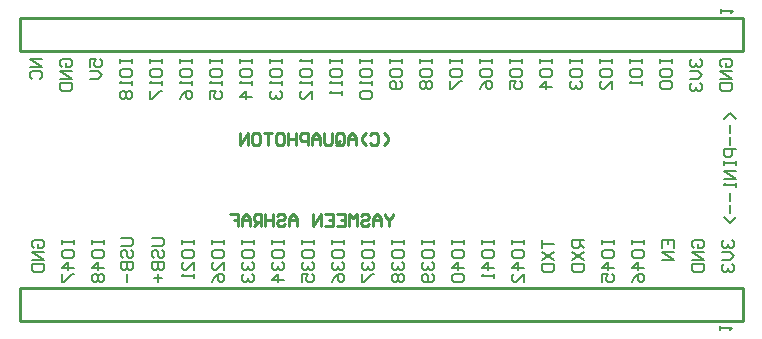
<source format=gbo>
G04*
G04 #@! TF.GenerationSoftware,Altium Limited,Altium Designer,24.8.2 (39)*
G04*
G04 Layer_Color=32896*
%FSLAX25Y25*%
%MOIN*%
G70*
G04*
G04 #@! TF.SameCoordinates,F7F922D7-4A05-4516-83E6-AC950D0B5F56*
G04*
G04*
G04 #@! TF.FilePolarity,Positive*
G04*
G01*
G75*
%ADD11C,0.01000*%
%ADD14C,0.00600*%
D11*
X29500Y-500D02*
X270500Y-500D01*
X29500Y-500D02*
Y10500D01*
X270500Y10500D01*
Y-500D02*
Y10500D01*
X29500Y89500D02*
X270500Y89500D01*
X29500Y89500D02*
Y100500D01*
X270500Y100500D01*
Y89500D02*
Y100500D01*
X154100Y35299D02*
Y34632D01*
X152767Y33299D01*
X151434Y34632D01*
Y35299D01*
X152767Y33299D02*
Y31300D01*
X150101D02*
Y33966D01*
X148768Y35299D01*
X147435Y33966D01*
Y31300D01*
Y33299D01*
X150101D01*
X143437Y34632D02*
X144103Y35299D01*
X145436D01*
X146103Y34632D01*
Y33966D01*
X145436Y33299D01*
X144103D01*
X143437Y32633D01*
Y31966D01*
X144103Y31300D01*
X145436D01*
X146103Y31966D01*
X142104Y31300D02*
Y35299D01*
X140771Y33966D01*
X139438Y35299D01*
Y31300D01*
X135439Y35299D02*
X138105D01*
Y31300D01*
X135439D01*
X138105Y33299D02*
X136772D01*
X131441Y35299D02*
X134106D01*
Y31300D01*
X131441D01*
X134106Y33299D02*
X132774D01*
X130108Y31300D02*
Y35299D01*
X127442Y31300D01*
Y35299D01*
X122110Y31300D02*
Y33966D01*
X120777Y35299D01*
X119445Y33966D01*
Y31300D01*
Y33299D01*
X122110D01*
X115446Y34632D02*
X116112Y35299D01*
X117445D01*
X118112Y34632D01*
Y33966D01*
X117445Y33299D01*
X116112D01*
X115446Y32633D01*
Y31966D01*
X116112Y31300D01*
X117445D01*
X118112Y31966D01*
X114113Y35299D02*
Y31300D01*
Y33299D01*
X111447D01*
Y35299D01*
Y31300D01*
X110114D02*
Y35299D01*
X108115D01*
X107448Y34632D01*
Y33299D01*
X108115Y32633D01*
X110114D01*
X108781D02*
X107448Y31300D01*
X106115D02*
Y33966D01*
X104783Y35299D01*
X103450Y33966D01*
Y31300D01*
Y33299D01*
X106115D01*
X99451Y35299D02*
X102117D01*
Y33299D01*
X100784D01*
X102117D01*
Y31300D01*
X150967Y58400D02*
X152300Y59733D01*
Y61066D01*
X150967Y62399D01*
X146302Y61732D02*
X146968Y62399D01*
X148301D01*
X148968Y61732D01*
Y59066D01*
X148301Y58400D01*
X146968D01*
X146302Y59066D01*
X144969Y58400D02*
X143636Y59733D01*
Y61066D01*
X144969Y62399D01*
X141637Y58400D02*
Y61066D01*
X140304Y62399D01*
X138971Y61066D01*
Y58400D01*
Y60399D01*
X141637D01*
X134972Y59066D02*
Y61732D01*
X135639Y62399D01*
X136972D01*
X137638Y61732D01*
Y59066D01*
X136972Y58400D01*
X135639D01*
X136305Y59733D02*
X134972Y58400D01*
X135639D02*
X134972Y59066D01*
X133639Y62399D02*
Y59066D01*
X132973Y58400D01*
X131640D01*
X130974Y59066D01*
Y62399D01*
X129641Y58400D02*
Y61066D01*
X128308Y62399D01*
X126975Y61066D01*
Y58400D01*
Y60399D01*
X129641D01*
X125642Y58400D02*
Y62399D01*
X123643D01*
X122976Y61732D01*
Y60399D01*
X123643Y59733D01*
X125642D01*
X121643Y62399D02*
Y58400D01*
Y60399D01*
X118977D01*
Y62399D01*
Y58400D01*
X115645Y62399D02*
X116978D01*
X117645Y61732D01*
Y59066D01*
X116978Y58400D01*
X115645D01*
X114979Y59066D01*
Y61732D01*
X115645Y62399D01*
X113646D02*
X110980D01*
X112313D01*
Y58400D01*
X107648Y62399D02*
X108981D01*
X109647Y61732D01*
Y59066D01*
X108981Y58400D01*
X107648D01*
X106981Y59066D01*
Y61732D01*
X107648Y62399D01*
X105648Y58400D02*
Y62399D01*
X102983Y58400D01*
Y62399D01*
D14*
X268300Y66901D02*
X266301Y68900D01*
X264301Y66901D01*
X266301Y64901D02*
Y62235D01*
Y60903D02*
Y58237D01*
X268300Y56904D02*
X264301D01*
Y54905D01*
X264968Y54238D01*
X266301D01*
X266967Y54905D01*
Y56904D01*
X264301Y52905D02*
Y51572D01*
Y52239D01*
X268300D01*
Y52905D01*
Y51572D01*
Y49573D02*
X264301D01*
X268300Y46907D01*
X264301D01*
X268300Y45574D02*
Y44241D01*
Y44908D01*
X264301D01*
X264968Y45574D01*
X266301Y42242D02*
Y39576D01*
Y38243D02*
Y35577D01*
X268300Y34244D02*
X266301Y32245D01*
X264301Y34244D01*
X34168Y24034D02*
X33501Y24701D01*
Y26034D01*
X34168Y26700D01*
X36834D01*
X37500Y26034D01*
Y24701D01*
X36834Y24034D01*
X35501D01*
Y25367D01*
X37500Y22701D02*
X33501D01*
X37500Y20035D01*
X33501D01*
Y18703D02*
X37500D01*
Y16703D01*
X36834Y16037D01*
X34168D01*
X33501Y16703D01*
Y18703D01*
X63301Y27300D02*
X66634D01*
X67300Y26634D01*
Y25301D01*
X66634Y24634D01*
X63301D01*
X63968Y20636D02*
X63301Y21302D01*
Y22635D01*
X63968Y23301D01*
X64634D01*
X65301Y22635D01*
Y21302D01*
X65967Y20636D01*
X66634D01*
X67300Y21302D01*
Y22635D01*
X66634Y23301D01*
X63301Y19303D02*
X67300D01*
Y17303D01*
X66634Y16637D01*
X65967D01*
X65301Y17303D01*
Y19303D01*
Y17303D01*
X64634Y16637D01*
X63968D01*
X63301Y17303D01*
Y19303D01*
X65301Y15304D02*
Y12638D01*
X53501Y26700D02*
Y25367D01*
Y26033D01*
X57500D01*
Y26700D01*
Y25367D01*
X53501Y21368D02*
Y22701D01*
X54168Y23368D01*
X56834D01*
X57500Y22701D01*
Y21368D01*
X56834Y20702D01*
X54168D01*
X53501Y21368D01*
X57500Y17370D02*
X53501D01*
X55501Y19369D01*
Y16703D01*
X54168Y15370D02*
X53501Y14704D01*
Y13371D01*
X54168Y12705D01*
X54834D01*
X55501Y13371D01*
X56167Y12705D01*
X56834D01*
X57500Y13371D01*
Y14704D01*
X56834Y15370D01*
X56167D01*
X55501Y14704D01*
X54834Y15370D01*
X54168D01*
X55501Y14704D02*
Y13371D01*
X43501Y26700D02*
Y25367D01*
Y26034D01*
X47500D01*
Y26700D01*
Y25367D01*
X43501Y21368D02*
Y22701D01*
X44168Y23368D01*
X46834D01*
X47500Y22701D01*
Y21368D01*
X46834Y20702D01*
X44168D01*
X43501Y21368D01*
X47500Y17370D02*
X43501D01*
X45501Y19369D01*
Y16703D01*
X43501Y15370D02*
Y12705D01*
X44168D01*
X46834Y15370D01*
X47500D01*
X73501Y27200D02*
X76834D01*
X77500Y26534D01*
Y25201D01*
X76834Y24534D01*
X73501D01*
X74168Y20536D02*
X73501Y21202D01*
Y22535D01*
X74168Y23201D01*
X74834D01*
X75501Y22535D01*
Y21202D01*
X76167Y20536D01*
X76834D01*
X77500Y21202D01*
Y22535D01*
X76834Y23201D01*
X73501Y19203D02*
X77500D01*
Y17203D01*
X76834Y16537D01*
X76167D01*
X75501Y17203D01*
Y19203D01*
Y17203D01*
X74834Y16537D01*
X74168D01*
X73501Y17203D01*
Y19203D01*
X75501Y15204D02*
Y12538D01*
X74168Y13871D02*
X76834D01*
X103501Y26700D02*
Y25367D01*
Y26033D01*
X107500D01*
Y26700D01*
Y25367D01*
X103501Y21368D02*
Y22701D01*
X104168Y23368D01*
X106834D01*
X107500Y22701D01*
Y21368D01*
X106834Y20702D01*
X104168D01*
X103501Y21368D01*
X104168Y19369D02*
X103501Y18703D01*
Y17370D01*
X104168Y16703D01*
X104834D01*
X105501Y17370D01*
Y18036D01*
Y17370D01*
X106167Y16703D01*
X106834D01*
X107500Y17370D01*
Y18703D01*
X106834Y19369D01*
X104168Y15370D02*
X103501Y14704D01*
Y13371D01*
X104168Y12705D01*
X104834D01*
X105501Y13371D01*
Y14037D01*
Y13371D01*
X106167Y12705D01*
X106834D01*
X107500Y13371D01*
Y14704D01*
X106834Y15370D01*
X93501Y26700D02*
Y25367D01*
Y26034D01*
X97500D01*
Y26700D01*
Y25367D01*
X93501Y21368D02*
Y22701D01*
X94168Y23368D01*
X96834D01*
X97500Y22701D01*
Y21368D01*
X96834Y20702D01*
X94168D01*
X93501Y21368D01*
X97500Y16703D02*
Y19369D01*
X94834Y16703D01*
X94168D01*
X93501Y17370D01*
Y18703D01*
X94168Y19369D01*
X93501Y12705D02*
X94168Y14037D01*
X95501Y15370D01*
X96834D01*
X97500Y14704D01*
Y13371D01*
X96834Y12705D01*
X96167D01*
X95501Y13371D01*
Y15370D01*
X83501Y26700D02*
Y25367D01*
Y26033D01*
X87500D01*
Y26700D01*
Y25367D01*
X83501Y21368D02*
Y22701D01*
X84168Y23368D01*
X86834D01*
X87500Y22701D01*
Y21368D01*
X86834Y20702D01*
X84168D01*
X83501Y21368D01*
X87500Y16703D02*
Y19369D01*
X84834Y16703D01*
X84168D01*
X83501Y17370D01*
Y18703D01*
X84168Y19369D01*
X87500Y15370D02*
Y14037D01*
Y14704D01*
X83501D01*
X84168Y15370D01*
X113501Y26700D02*
Y25367D01*
Y26034D01*
X117500D01*
Y26700D01*
Y25367D01*
X113501Y21368D02*
Y22701D01*
X114168Y23368D01*
X116833D01*
X117500Y22701D01*
Y21368D01*
X116833Y20702D01*
X114168D01*
X113501Y21368D01*
X114168Y19369D02*
X113501Y18703D01*
Y17370D01*
X114168Y16703D01*
X114834D01*
X115501Y17370D01*
Y18036D01*
Y17370D01*
X116167Y16703D01*
X116833D01*
X117500Y17370D01*
Y18703D01*
X116833Y19369D01*
X117500Y13371D02*
X113501D01*
X115501Y15370D01*
Y12705D01*
X143501Y26700D02*
Y25367D01*
Y26034D01*
X147500D01*
Y26700D01*
Y25367D01*
X143501Y21368D02*
Y22701D01*
X144168Y23368D01*
X146834D01*
X147500Y22701D01*
Y21368D01*
X146834Y20702D01*
X144168D01*
X143501Y21368D01*
X144168Y19369D02*
X143501Y18703D01*
Y17370D01*
X144168Y16703D01*
X144834D01*
X145501Y17370D01*
Y18036D01*
Y17370D01*
X146167Y16703D01*
X146834D01*
X147500Y17370D01*
Y18703D01*
X146834Y19369D01*
X143501Y15370D02*
Y12705D01*
X144168D01*
X146834Y15370D01*
X147500D01*
X133501Y26700D02*
Y25367D01*
Y26033D01*
X137500D01*
Y26700D01*
Y25367D01*
X133501Y21368D02*
Y22701D01*
X134168Y23368D01*
X136834D01*
X137500Y22701D01*
Y21368D01*
X136834Y20702D01*
X134168D01*
X133501Y21368D01*
X134168Y19369D02*
X133501Y18703D01*
Y17370D01*
X134168Y16703D01*
X134834D01*
X135501Y17370D01*
Y18036D01*
Y17370D01*
X136167Y16703D01*
X136834D01*
X137500Y17370D01*
Y18703D01*
X136834Y19369D01*
X133501Y12705D02*
X134168Y14037D01*
X135501Y15370D01*
X136834D01*
X137500Y14704D01*
Y13371D01*
X136834Y12705D01*
X136167D01*
X135501Y13371D01*
Y15370D01*
X123501Y26700D02*
Y25367D01*
Y26034D01*
X127500D01*
Y26700D01*
Y25367D01*
X123501Y21368D02*
Y22701D01*
X124168Y23368D01*
X126833D01*
X127500Y22701D01*
Y21368D01*
X126833Y20702D01*
X124168D01*
X123501Y21368D01*
X124168Y19369D02*
X123501Y18703D01*
Y17370D01*
X124168Y16703D01*
X124834D01*
X125501Y17370D01*
Y18036D01*
Y17370D01*
X126167Y16703D01*
X126833D01*
X127500Y17370D01*
Y18703D01*
X126833Y19369D01*
X123501Y12705D02*
Y15370D01*
X125501D01*
X124834Y14037D01*
Y13371D01*
X125501Y12705D01*
X126833D01*
X127500Y13371D01*
Y14704D01*
X126833Y15370D01*
X153501Y26700D02*
Y25367D01*
Y26033D01*
X157500D01*
Y26700D01*
Y25367D01*
X153501Y21368D02*
Y22701D01*
X154168Y23368D01*
X156834D01*
X157500Y22701D01*
Y21368D01*
X156834Y20702D01*
X154168D01*
X153501Y21368D01*
X154168Y19369D02*
X153501Y18703D01*
Y17370D01*
X154168Y16703D01*
X154834D01*
X155501Y17370D01*
Y18036D01*
Y17370D01*
X156167Y16703D01*
X156834D01*
X157500Y17370D01*
Y18703D01*
X156834Y19369D01*
X154168Y15370D02*
X153501Y14704D01*
Y13371D01*
X154168Y12705D01*
X154834D01*
X155501Y13371D01*
X156167Y12705D01*
X156834D01*
X157500Y13371D01*
Y14704D01*
X156834Y15370D01*
X156167D01*
X155501Y14704D01*
X154834Y15370D01*
X154168D01*
X155501Y14704D02*
Y13371D01*
X183501Y26700D02*
Y25367D01*
Y26033D01*
X187500D01*
Y26700D01*
Y25367D01*
X183501Y21368D02*
Y22701D01*
X184168Y23368D01*
X186834D01*
X187500Y22701D01*
Y21368D01*
X186834Y20702D01*
X184168D01*
X183501Y21368D01*
X187500Y17370D02*
X183501D01*
X185501Y19369D01*
Y16703D01*
X187500Y15370D02*
Y14037D01*
Y14704D01*
X183501D01*
X184168Y15370D01*
X173501Y26700D02*
Y25367D01*
Y26033D01*
X177500D01*
Y26700D01*
Y25367D01*
X173501Y21368D02*
Y22701D01*
X174168Y23368D01*
X176834D01*
X177500Y22701D01*
Y21368D01*
X176834Y20702D01*
X174168D01*
X173501Y21368D01*
X177500Y17370D02*
X173501D01*
X175501Y19369D01*
Y16703D01*
X174168Y15370D02*
X173501Y14704D01*
Y13371D01*
X174168Y12705D01*
X176834D01*
X177500Y13371D01*
Y14704D01*
X176834Y15370D01*
X174168D01*
X163501Y26700D02*
Y25367D01*
Y26033D01*
X167500D01*
Y26700D01*
Y25367D01*
X163501Y21368D02*
Y22701D01*
X164168Y23368D01*
X166834D01*
X167500Y22701D01*
Y21368D01*
X166834Y20702D01*
X164168D01*
X163501Y21368D01*
X164168Y19369D02*
X163501Y18703D01*
Y17370D01*
X164168Y16703D01*
X164834D01*
X165501Y17370D01*
Y18036D01*
Y17370D01*
X166167Y16703D01*
X166834D01*
X167500Y17370D01*
Y18703D01*
X166834Y19369D01*
Y15370D02*
X167500Y14704D01*
Y13371D01*
X166834Y12705D01*
X164168D01*
X163501Y13371D01*
Y14704D01*
X164168Y15370D01*
X164834D01*
X165501Y14704D01*
Y12705D01*
X193501Y26700D02*
Y25367D01*
Y26034D01*
X197500D01*
Y26700D01*
Y25367D01*
X193501Y21368D02*
Y22701D01*
X194168Y23368D01*
X196834D01*
X197500Y22701D01*
Y21368D01*
X196834Y20702D01*
X194168D01*
X193501Y21368D01*
X197500Y17370D02*
X193501D01*
X195501Y19369D01*
Y16703D01*
X197500Y12705D02*
Y15370D01*
X194834Y12705D01*
X194168D01*
X193501Y13371D01*
Y14704D01*
X194168Y15370D01*
X223501Y26700D02*
Y25367D01*
Y26034D01*
X227500D01*
Y26700D01*
Y25367D01*
X223501Y21368D02*
Y22701D01*
X224168Y23368D01*
X226834D01*
X227500Y22701D01*
Y21368D01*
X226834Y20702D01*
X224168D01*
X223501Y21368D01*
X227500Y17370D02*
X223501D01*
X225501Y19369D01*
Y16703D01*
X223501Y12705D02*
Y15370D01*
X225501D01*
X224834Y14037D01*
Y13371D01*
X225501Y12705D01*
X226834D01*
X227500Y13371D01*
Y14704D01*
X226834Y15370D01*
X217500Y26700D02*
X213501D01*
Y24701D01*
X214168Y24034D01*
X215501D01*
X216167Y24701D01*
Y26700D01*
Y25367D02*
X217500Y24034D01*
X213501Y22701D02*
X217500Y20035D01*
X213501D02*
X217500Y22701D01*
X213501Y18703D02*
X217500D01*
Y16703D01*
X216834Y16037D01*
X214168D01*
X213501Y16703D01*
Y18703D01*
X203501Y26700D02*
Y24034D01*
Y25367D01*
X207500D01*
X203501Y22701D02*
X207500Y20035D01*
X203501D02*
X207500Y22701D01*
X203501Y18703D02*
X207500D01*
Y16703D01*
X206834Y16037D01*
X204168D01*
X203501Y16703D01*
Y18703D01*
X243501Y24034D02*
Y26700D01*
X247500D01*
Y24034D01*
X245501Y26700D02*
Y25367D01*
X247500Y22701D02*
X243501D01*
X247500Y20035D01*
X243501D01*
X254168Y24034D02*
X253501Y24701D01*
Y26034D01*
X254168Y26700D01*
X256834D01*
X257500Y26034D01*
Y24701D01*
X256834Y24034D01*
X255501D01*
Y25367D01*
X257500Y22701D02*
X253501D01*
X257500Y20035D01*
X253501D01*
Y18703D02*
X257500D01*
Y16703D01*
X256834Y16037D01*
X254168D01*
X253501Y16703D01*
Y18703D01*
X264168Y26700D02*
X263501Y26033D01*
Y24701D01*
X264168Y24034D01*
X264834D01*
X265501Y24701D01*
Y25367D01*
Y24701D01*
X266167Y24034D01*
X266834D01*
X267500Y24701D01*
Y26033D01*
X266834Y26700D01*
X263501Y22701D02*
X266167D01*
X267500Y21368D01*
X266167Y20035D01*
X263501D01*
X264168Y18703D02*
X263501Y18036D01*
Y16703D01*
X264168Y16037D01*
X264834D01*
X265501Y16703D01*
Y17370D01*
Y16703D01*
X266167Y16037D01*
X266834D01*
X267500Y16703D01*
Y18036D01*
X266834Y18703D01*
X233501Y26700D02*
Y25367D01*
Y26033D01*
X237500D01*
Y26700D01*
Y25367D01*
X233501Y21368D02*
Y22701D01*
X234168Y23368D01*
X236834D01*
X237500Y22701D01*
Y21368D01*
X236834Y20702D01*
X234168D01*
X233501Y21368D01*
X237500Y17370D02*
X233501D01*
X235501Y19369D01*
Y16703D01*
X233501Y12705D02*
X234168Y14037D01*
X235501Y15370D01*
X236834D01*
X237500Y14704D01*
Y13371D01*
X236834Y12705D01*
X236167D01*
X235501Y13371D01*
Y15370D01*
X222901Y87000D02*
Y85667D01*
Y86334D01*
X226900D01*
Y87000D01*
Y85667D01*
X222901Y81668D02*
Y83001D01*
X223568Y83668D01*
X226234D01*
X226900Y83001D01*
Y81668D01*
X226234Y81002D01*
X223568D01*
X222901Y81668D01*
X226900Y77003D02*
Y79669D01*
X224234Y77003D01*
X223568D01*
X222901Y77670D01*
Y79003D01*
X223568Y79669D01*
X212901Y87000D02*
Y85667D01*
Y86334D01*
X216900D01*
Y87000D01*
Y85667D01*
X212901Y81668D02*
Y83001D01*
X213568Y83668D01*
X216234D01*
X216900Y83001D01*
Y81668D01*
X216234Y81002D01*
X213568D01*
X212901Y81668D01*
X213568Y79669D02*
X212901Y79003D01*
Y77670D01*
X213568Y77003D01*
X214234D01*
X214901Y77670D01*
Y78336D01*
Y77670D01*
X215567Y77003D01*
X216234D01*
X216900Y77670D01*
Y79003D01*
X216234Y79669D01*
X202901Y87000D02*
Y85667D01*
Y86334D01*
X206900D01*
Y87000D01*
Y85667D01*
X202901Y81668D02*
Y83001D01*
X203568Y83668D01*
X206234D01*
X206900Y83001D01*
Y81668D01*
X206234Y81002D01*
X203568D01*
X202901Y81668D01*
X206900Y77670D02*
X202901D01*
X204901Y79669D01*
Y77003D01*
X192901Y87000D02*
Y85667D01*
Y86334D01*
X196900D01*
Y87000D01*
Y85667D01*
X192901Y81668D02*
Y83001D01*
X193568Y83668D01*
X196233D01*
X196900Y83001D01*
Y81668D01*
X196233Y81002D01*
X193568D01*
X192901Y81668D01*
Y77003D02*
Y79669D01*
X194901D01*
X194234Y78336D01*
Y77670D01*
X194901Y77003D01*
X196233D01*
X196900Y77670D01*
Y79003D01*
X196233Y79669D01*
X182901Y87000D02*
Y85667D01*
Y86334D01*
X186900D01*
Y87000D01*
Y85667D01*
X182901Y81668D02*
Y83001D01*
X183568Y83668D01*
X186233D01*
X186900Y83001D01*
Y81668D01*
X186233Y81002D01*
X183568D01*
X182901Y81668D01*
Y77003D02*
X183568Y78336D01*
X184901Y79669D01*
X186233D01*
X186900Y79003D01*
Y77670D01*
X186233Y77003D01*
X185567D01*
X184901Y77670D01*
Y79669D01*
X172901Y87000D02*
Y85667D01*
Y86334D01*
X176900D01*
Y87000D01*
Y85667D01*
X172901Y81668D02*
Y83001D01*
X173568Y83668D01*
X176233D01*
X176900Y83001D01*
Y81668D01*
X176233Y81002D01*
X173568D01*
X172901Y81668D01*
Y79669D02*
Y77003D01*
X173568D01*
X176233Y79669D01*
X176900D01*
X82901Y87000D02*
Y85667D01*
Y86334D01*
X86900D01*
Y87000D01*
Y85667D01*
X82901Y81668D02*
Y83001D01*
X83568Y83668D01*
X86234D01*
X86900Y83001D01*
Y81668D01*
X86234Y81002D01*
X83568D01*
X82901Y81668D01*
X86900Y79669D02*
Y78336D01*
Y79003D01*
X82901D01*
X83568Y79669D01*
X82901Y73671D02*
X83568Y75004D01*
X84901Y76337D01*
X86234D01*
X86900Y75670D01*
Y74337D01*
X86234Y73671D01*
X85567D01*
X84901Y74337D01*
Y76337D01*
X92901Y87000D02*
Y85667D01*
Y86334D01*
X96900D01*
Y87000D01*
Y85667D01*
X92901Y81668D02*
Y83001D01*
X93568Y83668D01*
X96234D01*
X96900Y83001D01*
Y81668D01*
X96234Y81002D01*
X93568D01*
X92901Y81668D01*
X96900Y79669D02*
Y78336D01*
Y79003D01*
X92901D01*
X93568Y79669D01*
X92901Y73671D02*
Y76337D01*
X94901D01*
X94234Y75004D01*
Y74337D01*
X94901Y73671D01*
X96234D01*
X96900Y74337D01*
Y75670D01*
X96234Y76337D01*
X102901Y87000D02*
Y85667D01*
Y86334D01*
X106900D01*
Y87000D01*
Y85667D01*
X102901Y81668D02*
Y83001D01*
X103568Y83668D01*
X106234D01*
X106900Y83001D01*
Y81668D01*
X106234Y81002D01*
X103568D01*
X102901Y81668D01*
X106900Y79669D02*
Y78336D01*
Y79003D01*
X102901D01*
X103568Y79669D01*
X106900Y74337D02*
X102901D01*
X104901Y76337D01*
Y73671D01*
X112901Y87000D02*
Y85667D01*
Y86334D01*
X116900D01*
Y87000D01*
Y85667D01*
X112901Y81668D02*
Y83001D01*
X113568Y83668D01*
X116234D01*
X116900Y83001D01*
Y81668D01*
X116234Y81002D01*
X113568D01*
X112901Y81668D01*
X116900Y79669D02*
Y78336D01*
Y79003D01*
X112901D01*
X113568Y79669D01*
Y76337D02*
X112901Y75670D01*
Y74337D01*
X113568Y73671D01*
X114234D01*
X114901Y74337D01*
Y75004D01*
Y74337D01*
X115567Y73671D01*
X116234D01*
X116900Y74337D01*
Y75670D01*
X116234Y76337D01*
X126900Y87000D02*
Y85667D01*
Y86334D01*
X122901D01*
X123568Y87000D01*
X122901Y81668D02*
Y83001D01*
X123568Y83668D01*
X126233D01*
X126900Y83001D01*
Y81668D01*
X126233Y81002D01*
X123568D01*
X122901Y81668D01*
X126900Y79669D02*
Y78336D01*
Y79003D01*
X122901D01*
X123568Y79669D01*
X126900Y73671D02*
Y76337D01*
X124234Y73671D01*
X123568D01*
X122901Y74337D01*
Y75670D01*
X123568Y76337D01*
X132901Y87000D02*
Y85667D01*
Y86334D01*
X136900D01*
Y87000D01*
Y85667D01*
X132901Y81668D02*
Y83001D01*
X133568Y83668D01*
X136233D01*
X136900Y83001D01*
Y81668D01*
X136233Y81002D01*
X133568D01*
X132901Y81668D01*
X136900Y79669D02*
Y78336D01*
Y79003D01*
X132901D01*
X133568Y79669D01*
X136900Y76337D02*
Y75004D01*
Y75670D01*
X132901D01*
X133568Y76337D01*
X142901Y87000D02*
Y85667D01*
Y86334D01*
X146900D01*
Y87000D01*
Y85667D01*
X142901Y81668D02*
Y83001D01*
X143568Y83668D01*
X146233D01*
X146900Y83001D01*
Y81668D01*
X146233Y81002D01*
X143568D01*
X142901Y81668D01*
X146900Y79669D02*
Y78336D01*
Y79003D01*
X142901D01*
X143568Y79669D01*
Y76337D02*
X142901Y75670D01*
Y74337D01*
X143568Y73671D01*
X146233D01*
X146900Y74337D01*
Y75670D01*
X146233Y76337D01*
X143568D01*
X152901Y87000D02*
Y85667D01*
Y86334D01*
X156900D01*
Y87000D01*
Y85667D01*
X152901Y81668D02*
Y83001D01*
X153568Y83668D01*
X156234D01*
X156900Y83001D01*
Y81668D01*
X156234Y81002D01*
X153568D01*
X152901Y81668D01*
X156234Y79669D02*
X156900Y79003D01*
Y77670D01*
X156234Y77003D01*
X153568D01*
X152901Y77670D01*
Y79003D01*
X153568Y79669D01*
X154234D01*
X154901Y79003D01*
Y77003D01*
X162901Y87000D02*
Y85667D01*
Y86334D01*
X166900D01*
Y87000D01*
Y85667D01*
X162901Y81668D02*
Y83001D01*
X163568Y83668D01*
X166234D01*
X166900Y83001D01*
Y81668D01*
X166234Y81002D01*
X163568D01*
X162901Y81668D01*
X163568Y79669D02*
X162901Y79003D01*
Y77670D01*
X163568Y77003D01*
X164234D01*
X164901Y77670D01*
X165567Y77003D01*
X166234D01*
X166900Y77670D01*
Y79003D01*
X166234Y79669D01*
X165567D01*
X164901Y79003D01*
X164234Y79669D01*
X163568D01*
X164901Y79003D02*
Y77670D01*
X36900Y87000D02*
X32901D01*
X36900Y84334D01*
X32901D01*
X33568Y80335D02*
X32901Y81002D01*
Y82335D01*
X33568Y83001D01*
X36234D01*
X36900Y82335D01*
Y81002D01*
X36234Y80335D01*
X43568Y84334D02*
X42901Y85001D01*
Y86334D01*
X43568Y87000D01*
X46234D01*
X46900Y86334D01*
Y85001D01*
X46234Y84334D01*
X44901D01*
Y85667D01*
X46900Y83001D02*
X42901D01*
X46900Y80335D01*
X42901D01*
Y79003D02*
X46900D01*
Y77003D01*
X46234Y76337D01*
X43568D01*
X42901Y77003D01*
Y79003D01*
X52901Y84334D02*
Y87000D01*
X54901D01*
X54234Y85667D01*
Y85001D01*
X54901Y84334D01*
X56234D01*
X56900Y85001D01*
Y86334D01*
X56234Y87000D01*
X52901Y83001D02*
X55567D01*
X56900Y81668D01*
X55567Y80335D01*
X52901D01*
X62901Y87000D02*
Y85667D01*
Y86334D01*
X66900D01*
Y87000D01*
Y85667D01*
X62901Y81668D02*
Y83001D01*
X63568Y83668D01*
X66234D01*
X66900Y83001D01*
Y81668D01*
X66234Y81002D01*
X63568D01*
X62901Y81668D01*
X66900Y79669D02*
Y78336D01*
Y79003D01*
X62901D01*
X63568Y79669D01*
Y76337D02*
X62901Y75670D01*
Y74337D01*
X63568Y73671D01*
X64234D01*
X64901Y74337D01*
X65567Y73671D01*
X66234D01*
X66900Y74337D01*
Y75670D01*
X66234Y76337D01*
X65567D01*
X64901Y75670D01*
X64234Y76337D01*
X63568D01*
X64901Y75670D02*
Y74337D01*
X72901Y87000D02*
Y85667D01*
Y86334D01*
X76900D01*
Y87000D01*
Y85667D01*
X72901Y81668D02*
Y83001D01*
X73568Y83668D01*
X76234D01*
X76900Y83001D01*
Y81668D01*
X76234Y81002D01*
X73568D01*
X72901Y81668D01*
X76900Y79669D02*
Y78336D01*
Y79003D01*
X72901D01*
X73568Y79669D01*
X72901Y76337D02*
Y73671D01*
X73568D01*
X76234Y76337D01*
X76900D01*
X232901Y87000D02*
Y85667D01*
Y86334D01*
X236900D01*
Y87000D01*
Y85667D01*
X232901Y81668D02*
Y83001D01*
X233568Y83668D01*
X236234D01*
X236900Y83001D01*
Y81668D01*
X236234Y81002D01*
X233568D01*
X232901Y81668D01*
X236900Y79669D02*
Y78336D01*
Y79003D01*
X232901D01*
X233568Y79669D01*
X242901Y87000D02*
Y85667D01*
Y86334D01*
X246900D01*
Y87000D01*
Y85667D01*
X242901Y81668D02*
Y83001D01*
X243568Y83668D01*
X246234D01*
X246900Y83001D01*
Y81668D01*
X246234Y81002D01*
X243568D01*
X242901Y81668D01*
X243568Y79669D02*
X242901Y79003D01*
Y77670D01*
X243568Y77003D01*
X246234D01*
X246900Y77670D01*
Y79003D01*
X246234Y79669D01*
X243568D01*
X253568Y87000D02*
X252901Y86334D01*
Y85001D01*
X253568Y84334D01*
X254234D01*
X254901Y85001D01*
Y85667D01*
Y85001D01*
X255567Y84334D01*
X256234D01*
X256900Y85001D01*
Y86334D01*
X256234Y87000D01*
X252901Y83001D02*
X255567D01*
X256900Y81668D01*
X255567Y80335D01*
X252901D01*
X253568Y79003D02*
X252901Y78336D01*
Y77003D01*
X253568Y76337D01*
X254234D01*
X254901Y77003D01*
Y77670D01*
Y77003D01*
X255567Y76337D01*
X256234D01*
X256900Y77003D01*
Y78336D01*
X256234Y79003D01*
X263568Y84334D02*
X262901Y85001D01*
Y86334D01*
X263568Y87000D01*
X266234D01*
X266900Y86334D01*
Y85001D01*
X266234Y84334D01*
X264901D01*
Y85667D01*
X266900Y83001D02*
X262901D01*
X266900Y80335D01*
X262901D01*
Y79003D02*
X266900D01*
Y77003D01*
X266234Y76337D01*
X263568D01*
X262901Y77003D01*
Y79003D01*
X263100Y-3400D02*
Y-2067D01*
Y-2733D01*
X267099D01*
X266432Y-3400D01*
X263400Y102300D02*
Y103633D01*
Y102966D01*
X267399D01*
X266732Y102300D01*
M02*

</source>
